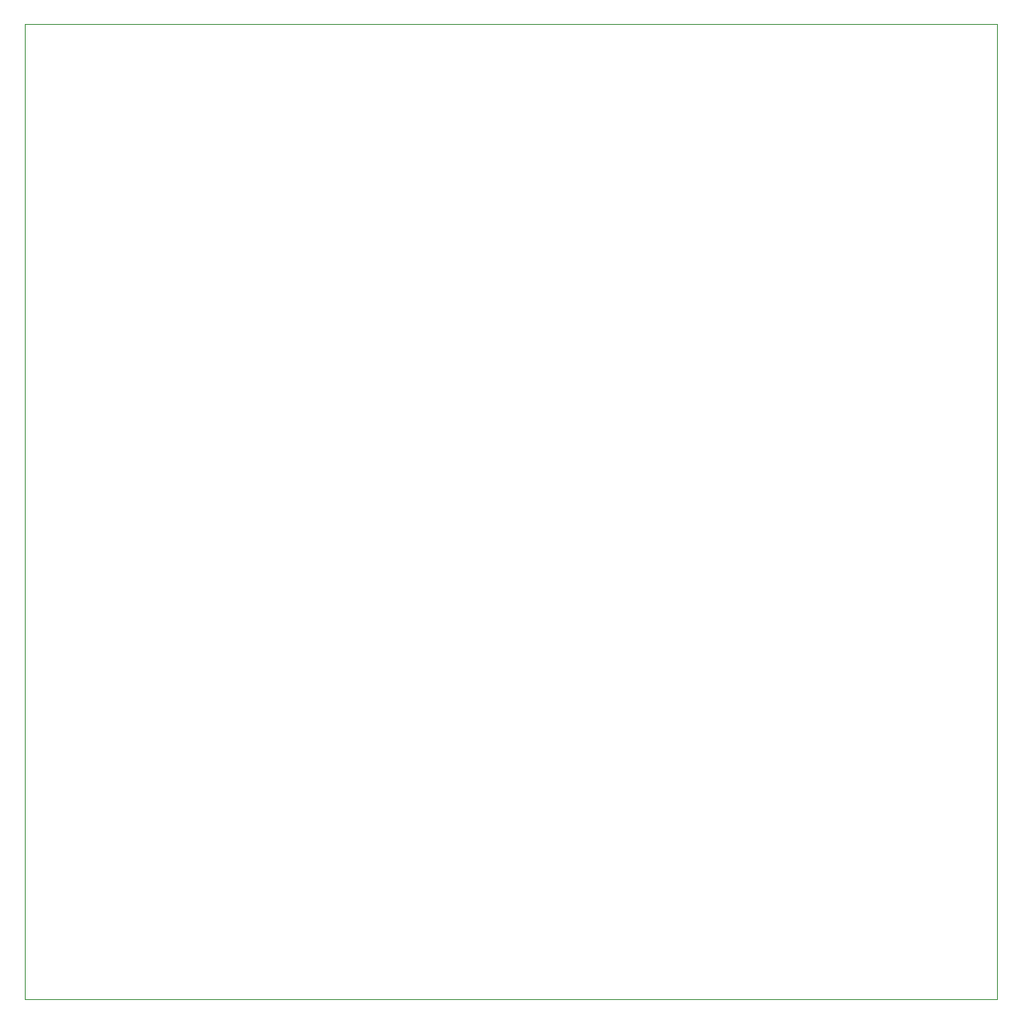
<source format=gm1>
%TF.GenerationSoftware,KiCad,Pcbnew,7.0.2*%
%TF.CreationDate,2023-07-05T23:24:43+08:00*%
%TF.ProjectId,tps61088,74707336-3130-4383-982e-6b696361645f,rev?*%
%TF.SameCoordinates,Original*%
%TF.FileFunction,Profile,NP*%
%FSLAX46Y46*%
G04 Gerber Fmt 4.6, Leading zero omitted, Abs format (unit mm)*
G04 Created by KiCad (PCBNEW 7.0.2) date 2023-07-05 23:24:43*
%MOMM*%
%LPD*%
G01*
G04 APERTURE LIST*
%TA.AperFunction,Profile*%
%ADD10C,0.050000*%
%TD*%
G04 APERTURE END LIST*
D10*
X100250000Y-48000000D02*
X199750000Y-48000000D01*
X199750000Y-147750000D01*
X100250000Y-147750000D01*
X100250000Y-48000000D01*
M02*

</source>
